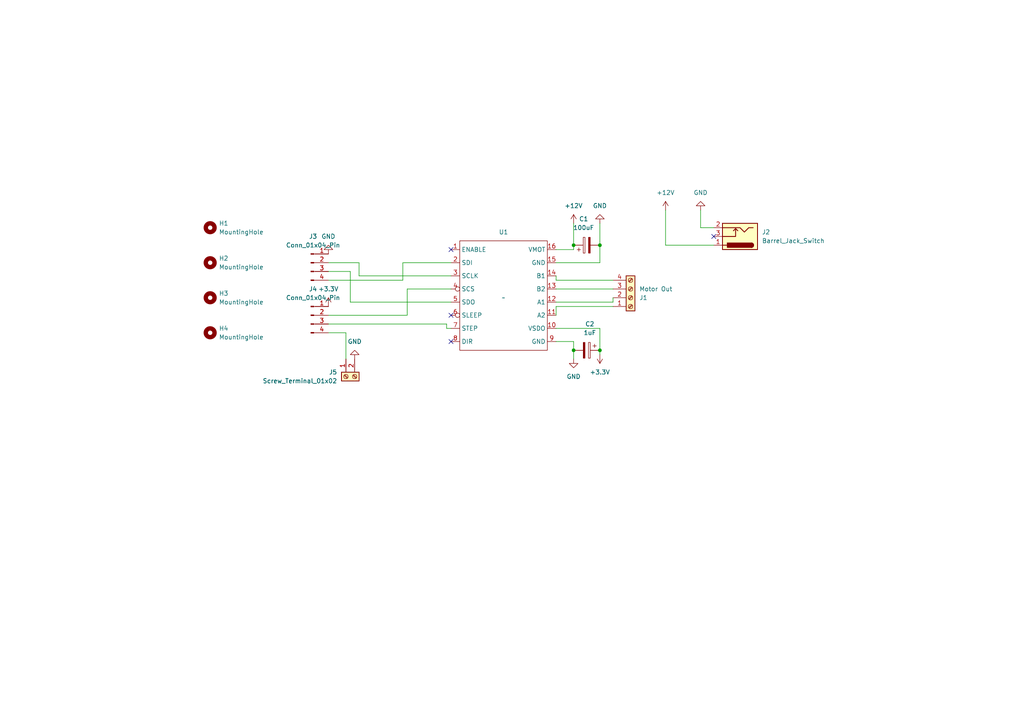
<source format=kicad_sch>
(kicad_sch (version 20230121) (generator eeschema)
  (paper "A4")
  (lib_symbols
    (symbol "Connector:Barrel_Jack_Switch" (pin_names hide)
      (property "Reference" "J" (at 0 5.334 0))
      (property "Value" "Barrel_Jack_Switch" (at 0 -5.08 0))
      (symbol "Barrel_Jack_Switch_0_1"
        (rectangle (start -5.08 3.81) (end 5.08 -3.81) (stroke (width 0.254)) (fill (type background)))
        (arc (start -3.302 3.175) (mid -3.9343 2.54) (end -3.302 1.905) (stroke (width 0.254)))
        (arc (start -3.302 3.175) (mid -3.9343 2.54) (end -3.302 1.905) (stroke (width 0.254)) (fill (type outline)))
        (polyline (pts (xy 1.27 -2.286) (xy 1.905 -1.651)) (stroke (width 0.254)))
        (polyline (pts (xy 5.08 2.54) (xy 3.81 2.54)) (stroke (width 0.254)))
        (polyline (pts (xy 5.08 0) (xy 1.27 0) (xy 1.27 -2.286) (xy 0.635 -1.651)) (stroke (width 0.254)))
        (polyline (pts (xy -3.81 -2.54) (xy -2.54 -2.54) (xy -1.27 -1.27) (xy 0 -2.54) (xy 2.54 -2.54) (xy 5.08 -2.54)) (stroke (width 0.254)))
        (rectangle (start 3.683 3.175) (end -3.302 1.905) (stroke (width 0.254)) (fill (type outline)))
      )
      (symbol "Barrel_Jack_Switch_1_1"
        (pin passive line (at 7.62 2.54 180) (length 2.54) (name "~") (number "1"))
        (pin passive line (at 7.62 -2.54 180) (length 2.54) (name "~") (number "2"))
        (pin passive line (at 7.62 0 180) (length 2.54) (name "~") (number "3"))
      )
    )
    (symbol "Connector:Conn_01x04_Pin" (pin_names (offset 1.016) hide)
      (property "Reference" "J" (at 0 5.08 0))
      (property "Value" "Conn_01x04_Pin" (at 0 -7.62 0))
      (symbol "Conn_01x04_Pin_1_1"
        (polyline (pts (xy 1.27 -5.08) (xy 0.8636 -5.08)) (stroke (width 0.1524)))
        (polyline (pts (xy 1.27 -2.54) (xy 0.8636 -2.54)) (stroke (width 0.1524)))
        (polyline (pts (xy 1.27 0) (xy 0.8636 0)) (stroke (width 0.1524)))
        (polyline (pts (xy 1.27 2.54) (xy 0.8636 2.54)) (stroke (width 0.1524)))
        (rectangle (start 0.8636 -4.953) (end 0 -5.207) (stroke (width 0.1524)) (fill (type outline)))
        (rectangle (start 0.8636 -2.413) (end 0 -2.667) (stroke (width 0.1524)) (fill (type outline)))
        (rectangle (start 0.8636 0.127) (end 0 -0.127) (stroke (width 0.1524)) (fill (type outline)))
        (rectangle (start 0.8636 2.667) (end 0 2.413) (stroke (width 0.1524)) (fill (type outline)))
        (pin passive line (at 5.08 2.54 180) (length 3.81) (name "Pin_1") (number "1"))
        (pin passive line (at 5.08 0 180) (length 3.81) (name "Pin_2") (number "2"))
        (pin passive line (at 5.08 -2.54 180) (length 3.81) (name "Pin_3") (number "3"))
        (pin passive line (at 5.08 -5.08 180) (length 3.81) (name "Pin_4") (number "4"))
      )
    )
    (symbol "Connector:Screw_Terminal_01x02" (pin_names (offset 1.016) hide)
      (property "Reference" "J" (at 0 2.54 0))
      (property "Value" "Screw_Terminal_01x02" (at 0 -5.08 0))
      (symbol "Screw_Terminal_01x02_1_1"
        (rectangle (start -1.27 1.27) (end 1.27 -3.81) (stroke (width 0.254)) (fill (type background)))
        (circle (center 0 -2.54) (radius 0.635) (stroke (width 0.1524)))
        (polyline (pts (xy -0.5334 -2.2098) (xy 0.3302 -3.048)) (stroke (width 0.1524)))
        (polyline (pts (xy -0.5334 0.3302) (xy 0.3302 -0.508)) (stroke (width 0.1524)))
        (polyline (pts (xy -0.3556 -2.032) (xy 0.508 -2.8702)) (stroke (width 0.1524)))
        (polyline (pts (xy -0.3556 0.508) (xy 0.508 -0.3302)) (stroke (width 0.1524)))
        (circle (center 0 0) (radius 0.635) (stroke (width 0.1524)))
        (pin passive line (at -5.08 0 0) (length 3.81) (name "Pin_1") (number "1"))
        (pin passive line (at -5.08 -2.54 0) (length 3.81) (name "Pin_2") (number "2"))
      )
    )
    (symbol "Connector:Screw_Terminal_01x04" (pin_names (offset 1.016) hide)
      (property "Reference" "J" (at 0 5.08 0))
      (property "Value" "Screw_Terminal_01x04" (at 0 -7.62 0))
      (symbol "Screw_Terminal_01x04_1_1"
        (rectangle (start -1.27 3.81) (end 1.27 -6.35) (stroke (width 0.254)) (fill (type background)))
        (circle (center 0 -5.08) (radius 0.635) (stroke (width 0.1524)))
        (circle (center 0 -2.54) (radius 0.635) (stroke (width 0.1524)))
        (polyline (pts (xy -0.5334 -4.7498) (xy 0.3302 -5.588)) (stroke (width 0.1524)))
        (polyline (pts (xy -0.5334 -2.2098) (xy 0.3302 -3.048)) (stroke (width 0.1524)))
        (polyline (pts (xy -0.5334 0.3302) (xy 0.3302 -0.508)) (stroke (width 0.1524)))
        (polyline (pts (xy -0.5334 2.8702) (xy 0.3302 2.032)) (stroke (width 0.1524)))
        (polyline (pts (xy -0.3556 -4.572) (xy 0.508 -5.4102)) (stroke (width 0.1524)))
        (polyline (pts (xy -0.3556 -2.032) (xy 0.508 -2.8702)) (stroke (width 0.1524)))
        (polyline (pts (xy -0.3556 0.508) (xy 0.508 -0.3302)) (stroke (width 0.1524)))
        (polyline (pts (xy -0.3556 3.048) (xy 0.508 2.2098)) (stroke (width 0.1524)))
        (circle (center 0 0) (radius 0.635) (stroke (width 0.1524)))
        (circle (center 0 2.54) (radius 0.635) (stroke (width 0.1524)))
        (pin passive line (at -5.08 2.54 0) (length 3.81) (name "Pin_1") (number "1"))
        (pin passive line (at -5.08 0 0) (length 3.81) (name "Pin_2") (number "2"))
        (pin passive line (at -5.08 -2.54 0) (length 3.81) (name "Pin_3") (number "3"))
        (pin passive line (at -5.08 -5.08 0) (length 3.81) (name "Pin_4") (number "4"))
      )
    )
    (symbol "Device:C_Polarized" (pin_numbers hide) (pin_names (offset 0.254))
      (property "Reference" "C" (at 0.635 2.54 0))
      (property "Value" "C_Polarized" (at 0.635 -2.54 0))
      (symbol "C_Polarized_0_1"
        (rectangle (start -2.286 0.508) (end 2.286 1.016))
        (polyline (pts (xy -1.778 2.286) (xy -0.762 2.286)))
        (polyline (pts (xy -1.27 2.794) (xy -1.27 1.778)))
        (rectangle (start 2.286 -0.508) (end -2.286 -1.016) (fill (type outline)))
      )
      (symbol "C_Polarized_1_1"
        (pin passive line (at 0 3.81 270) (length 2.794) (name "~") (number "1"))
        (pin passive line (at 0 -3.81 90) (length 2.794) (name "~") (number "2"))
      )
    )
    (symbol "Mechanical:MountingHole" (pin_names (offset 1.016))
      (property "Reference" "H" (at 0 5.08 0))
      (property "Value" "MountingHole" (at 0 3.175 0))
      (symbol "MountingHole_0_1"
        (circle (center 0 0) (radius 1.27) (stroke (width 1.27)))
      )
    )
    (symbol "OSMI_step:DRV8434S"
      (property "Reference" "U" (at 0 0 0))
      (symbol "DRV8434S_0_1"
        (rectangle (start -12.7 16.51) (end 12.7 -15.24))
      )
      (symbol "DRV8434S_1_0"
        (pin power_in line (at 15.24 10.16 180) (length 2.54) (name "GND") (number "15"))
      )
      (symbol "DRV8434S_1_1"
        (pin input line (at -15.24 13.97 0) (length 2.54) (name "ENABLE") (number "1"))
        (pin power_in line (at 15.24 -8.89 180) (length 2.54) (name "VSDO") (number "10"))
        (pin output line (at 15.24 -5.08 180) (length 2.54) (name "A2") (number "11"))
        (pin output line (at 15.24 -1.27 180) (length 2.54) (name "A1") (number "12"))
        (pin output line (at 15.24 2.54 180) (length 2.54) (name "B2") (number "13"))
        (pin output line (at 15.24 6.35 180) (length 2.54) (name "B1") (number "14"))
        (pin power_in line (at 15.24 13.97 180) (length 2.54) (name "VMOT") (number "16"))
        (pin input line (at -15.24 10.16 0) (length 2.54) (name "SDI") (number "2"))
        (pin input line (at -15.24 6.35 0) (length 2.54) (name "SCLK") (number "3"))
        (pin input inverted (at -15.24 2.54 0) (length 2.54) (name "SCS") (number "4"))
        (pin output line (at -15.24 -1.27 0) (length 2.54) (name "SDO") (number "5"))
        (pin input inverted (at -15.24 -5.08 0) (length 2.54) (name "SLEEP") (number "6"))
        (pin input line (at -15.24 -8.89 0) (length 2.54) (name "STEP") (number "7"))
        (pin input line (at -15.24 -12.7 0) (length 2.54) (name "DIR") (number "8"))
        (pin power_in line (at 15.24 -12.7 180) (length 2.54) (name "GND") (number "9"))
      )
    )
    (symbol "power:+12V" (power) (pin_names (offset 0))
      (property "Value" "+12V" (at 0 3.556 0))
      (symbol "+12V_0_1"
        (polyline (pts (xy -0.762 1.27) (xy 0 2.54)))
        (polyline (pts (xy 0 0) (xy 0 2.54)))
        (polyline (pts (xy 0 2.54) (xy 0.762 1.27)))
      )
      (symbol "+12V_1_1"
        (pin power_in line (at 0 0 90) (length 0) hide (name "+12V") (number "1"))
      )
    )
    (symbol "power:+3.3V" (power) (pin_names (offset 0))
      (property "Value" "+3.3V" (at 0 3.556 0))
      (symbol "+3.3V_0_1"
        (polyline (pts (xy -0.762 1.27) (xy 0 2.54)))
        (polyline (pts (xy 0 0) (xy 0 2.54)))
        (polyline (pts (xy 0 2.54) (xy 0.762 1.27)))
      )
      (symbol "+3.3V_1_1"
        (pin power_in line (at 0 0 90) (length 0) hide (name "+3.3V") (number "1"))
      )
    )
    (symbol "power:GND" (power) (pin_names (offset 0))
      (property "Value" "GND" (at 0 -3.81 0))
      (symbol "GND_0_1"
        (polyline (pts (xy 0 0) (xy 0 -1.27) (xy 1.27 -1.27) (xy 0 -2.54) (xy -1.27 -1.27) (xy 0 -1.27)))
      )
      (symbol "GND_1_1"
        (pin power_in line (at 0 0 270) (length 0) hide (name "GND") (number "1"))
      )
    )
  )
  (junction (at 166.37 71.12))
  (junction (at 173.99 101.6))
  (junction (at 173.99 71.12))
  (junction (at 166.37 101.6))
  (no_connect (at 130.81 72.39))
  (no_connect (at 207.01 68.58))
  (no_connect (at 130.81 99.06))
  (no_connect (at 130.81 91.44))
  (wire (pts (xy 166.37 72.39) (xy 161.29 72.39)))
  (wire (pts (xy 118.11 83.82) (xy 130.81 83.82)))
  (wire (pts (xy 95.25 78.74) (xy 101.6 78.74)))
  (wire (pts (xy 166.37 101.6) (xy 166.37 99.06)))
  (wire (pts (xy 173.99 102.87) (xy 173.99 101.6)))
  (wire (pts (xy 104.14 80.01) (xy 130.81 80.01)))
  (wire (pts (xy 161.29 87.63) (xy 177.8 87.63)))
  (wire (pts (xy 95.25 91.44) (xy 118.11 91.44)))
  (wire (pts (xy 193.04 60.96) (xy 193.04 71.12)))
  (wire (pts (xy 166.37 64.77) (xy 166.37 71.12)))
  (wire (pts (xy 116.84 81.28) (xy 116.84 76.2)))
  (wire (pts (xy 101.6 87.63) (xy 130.81 87.63)))
  (wire (pts (xy 166.37 99.06) (xy 161.29 99.06)))
  (wire (pts (xy 161.29 81.28) (xy 177.8 81.28)))
  (wire (pts (xy 104.14 76.2) (xy 104.14 80.01)))
  (wire (pts (xy 95.25 93.98) (xy 129.54 93.98)))
  (wire (pts (xy 177.8 88.9) (xy 161.29 88.9)))
  (wire (pts (xy 166.37 104.14) (xy 166.37 101.6)))
  (wire (pts (xy 173.99 95.25) (xy 161.29 95.25)))
  (wire (pts (xy 177.8 87.63) (xy 177.8 86.36)))
  (wire (pts (xy 129.54 93.98) (xy 129.54 95.25)))
  (wire (pts (xy 173.99 64.77) (xy 173.99 71.12)))
  (wire (pts (xy 118.11 91.44) (xy 118.11 83.82)))
  (wire (pts (xy 203.2 60.96) (xy 203.2 66.04)))
  (wire (pts (xy 95.25 81.28) (xy 116.84 81.28)))
  (wire (pts (xy 100.33 96.52) (xy 95.25 96.52)))
  (wire (pts (xy 95.25 76.2) (xy 104.14 76.2)))
  (wire (pts (xy 116.84 76.2) (xy 130.81 76.2)))
  (wire (pts (xy 166.37 71.12) (xy 166.37 72.39)))
  (wire (pts (xy 173.99 76.2) (xy 173.99 71.12)))
  (wire (pts (xy 100.33 104.14) (xy 100.33 96.52)))
  (wire (pts (xy 161.29 81.28) (xy 161.29 80.01)))
  (wire (pts (xy 207.01 71.12) (xy 193.04 71.12)))
  (wire (pts (xy 161.29 76.2) (xy 173.99 76.2)))
  (wire (pts (xy 161.29 83.82) (xy 177.8 83.82)))
  (wire (pts (xy 173.99 101.6) (xy 173.99 95.25)))
  (wire (pts (xy 101.6 87.63) (xy 101.6 78.74)))
  (wire (pts (xy 207.01 66.04) (xy 203.2 66.04)))
  (wire (pts (xy 129.54 95.25) (xy 130.81 95.25)))
  (wire (pts (xy 161.29 88.9) (xy 161.29 91.44)))
  (symbol (lib_id "OSMI_step:DRV8434S") (at 146.05 86.36 0) (unit 1)
    (property "Reference" "U1" (at 146.05 67.31 0))
    (property "Value" "~" (at 146.05 86.36 0))
    (property "Footprint" "OSMI_stepper_footprint:DIP-16_500_ELL" (effects hide))
  )
  (symbol (lib_id "Connector:Conn_01x04_Pin") (at 90.17 91.44 0) (unit 1)
    (property "Reference" "J4" (at 90.805 83.82 0))
    (property "Value" "Conn_01x04_Pin" (at 90.805 86.36 0))
    (property "Footprint" "Connector_PinHeader_2.54mm:PinHeader_1x04_P2.54mm_Vertical" (effects hide))
  )
  (symbol (lib_id "Connector:Screw_Terminal_01x04") (at 182.88 86.36 0) (mirror x) (unit 1)
    (property "Reference" "J1" (at 185.42 86.36 0) (effects (justify left)))
    (property "Value" "Motor Out" (at 185.42 83.82 0) (effects (justify left)))
    (property "Footprint" "TerminalBlock_Phoenix:TerminalBlock_Phoenix_MPT-0,5-4-2.54_1x04_P2.54mm_Horizontal" (effects hide))
  )
  (symbol (lib_id "power:+12V") (at 193.04 60.96 0) (unit 1)
    (property "Reference" "#PWR05" (effects hide))
    (property "Value" "+12V" (at 193.04 55.88 0))
  )
  (symbol (lib_id "Mechanical:MountingHole") (at 60.96 96.52 0) (unit 1)
    (property "Reference" "H4" (at 63.5 95.25 0) (effects (justify left)))
    (property "Value" "MountingHole" (at 63.5 97.79 0) (effects (justify left)))
    (property "Footprint" "MountingHole:MountingHole_2.2mm_M2" (effects hide))
  )
  (symbol (lib_id "power:+3.3V") (at 95.25 88.9 0) (unit 1)
    (property "Reference" "#PWR09" (effects hide))
    (property "Value" "+3.3V" (at 95.25 83.82 0))
  )
  (symbol (lib_id "power:GND") (at 173.99 64.77 180) (unit 1)
    (property "Reference" "#PWR02" (effects hide))
    (property "Value" "GND" (at 173.99 59.69 0))
  )
  (symbol (lib_id "power:GND") (at 95.25 73.66 180) (unit 1)
    (property "Reference" "#PWR08" (effects hide))
    (property "Value" "GND" (at 95.25 68.58 0))
  )
  (symbol (lib_id "Mechanical:MountingHole") (at 60.96 76.2 0) (unit 1)
    (property "Reference" "H2" (at 63.5 74.93 0) (effects (justify left)))
    (property "Value" "MountingHole" (at 63.5 77.47 0) (effects (justify left)))
    (property "Footprint" "MountingHole:MountingHole_2.2mm_M2" (effects hide))
  )
  (symbol (lib_id "power:GND") (at 166.37 104.14 0) (unit 1)
    (property "Reference" "#PWR03" (effects hide))
    (property "Value" "GND" (at 166.37 109.22 0))
  )
  (symbol (lib_id "power:+3.3V") (at 173.99 102.87 180) (unit 1)
    (property "Reference" "#PWR04" (effects hide))
    (property "Value" "+3.3V" (at 173.99 107.95 0))
  )
  (symbol (lib_id "Device:C_Polarized") (at 170.18 101.6 270) (unit 1)
    (property "Reference" "C2" (at 171.069 93.98 90))
    (property "Value" "1uF" (at 171.069 96.52 90))
    (property "Footprint" "Capacitor_THT:CP_Radial_D5.0mm_P2.50mm" (effects hide))
  )
  (symbol (lib_id "power:+12V") (at 166.37 64.77 0) (unit 1)
    (property "Reference" "#PWR01" (effects hide))
    (property "Value" "+12V" (at 166.37 59.69 0))
  )
  (symbol (lib_id "Connector:Screw_Terminal_01x02") (at 100.33 109.22 90) (mirror x) (unit 1)
    (property "Reference" "J5" (at 97.79 107.95 90) (effects (justify left)))
    (property "Value" "Screw_Terminal_01x02" (at 97.79 110.49 90) (effects (justify left)))
    (property "Footprint" "TerminalBlock_Phoenix:TerminalBlock_Phoenix_MPT-0,5-2-2.54_1x02_P2.54mm_Horizontal" (effects hide))
  )
  (symbol (lib_id "Connector:Conn_01x04_Pin") (at 90.17 76.2 0) (unit 1)
    (property "Reference" "J3" (at 90.805 68.58 0))
    (property "Value" "Conn_01x04_Pin" (at 90.805 71.12 0))
    (property "Footprint" "Connector_PinHeader_2.54mm:PinHeader_1x04_P2.54mm_Vertical" (effects hide))
  )
  (symbol (lib_id "Connector:Barrel_Jack_Switch") (at 214.63 68.58 180) (unit 1)
    (property "Reference" "J2" (at 220.98 67.31 0) (effects (justify right)))
    (property "Value" "Barrel_Jack_Switch" (at 220.98 69.85 0) (effects (justify right)))
    (property "Footprint" "Connector_BarrelJack:BarrelJack_Horizontal" (effects hide))
  )
  (symbol (lib_id "Mechanical:MountingHole") (at 60.96 66.04 0) (unit 1)
    (property "Reference" "H1" (at 63.5 64.77 0) (effects (justify left)))
    (property "Value" "MountingHole" (at 63.5 67.31 0) (effects (justify left)))
    (property "Footprint" "MountingHole:MountingHole_2.2mm_M2" (effects hide))
  )
  (symbol (lib_id "Mechanical:MountingHole") (at 60.96 86.36 0) (unit 1)
    (property "Reference" "H3" (at 63.5 85.09 0) (effects (justify left)))
    (property "Value" "MountingHole" (at 63.5 87.63 0) (effects (justify left)))
    (property "Footprint" "MountingHole:MountingHole_2.2mm_M2" (effects hide))
  )
  (symbol (lib_id "Device:C_Polarized") (at 170.18 71.12 90) (unit 1)
    (property "Reference" "C1" (at 169.291 63.5 90))
    (property "Value" "100uF" (at 169.291 66.04 90))
    (property "Footprint" "Capacitor_THT:CP_Radial_D8.0mm_P2.50mm" (effects hide))
  )
  (symbol (lib_id "power:GND") (at 203.2 60.96 180) (unit 1)
    (property "Reference" "#PWR06" (effects hide))
    (property "Value" "GND" (at 203.2 55.88 0))
  )
  (symbol (lib_id "power:GND") (at 102.87 104.14 180) (unit 1)
    (property "Reference" "#PWR07" (effects hide))
    (property "Value" "GND" (at 102.87 99.06 0))
  )
)
</source>
